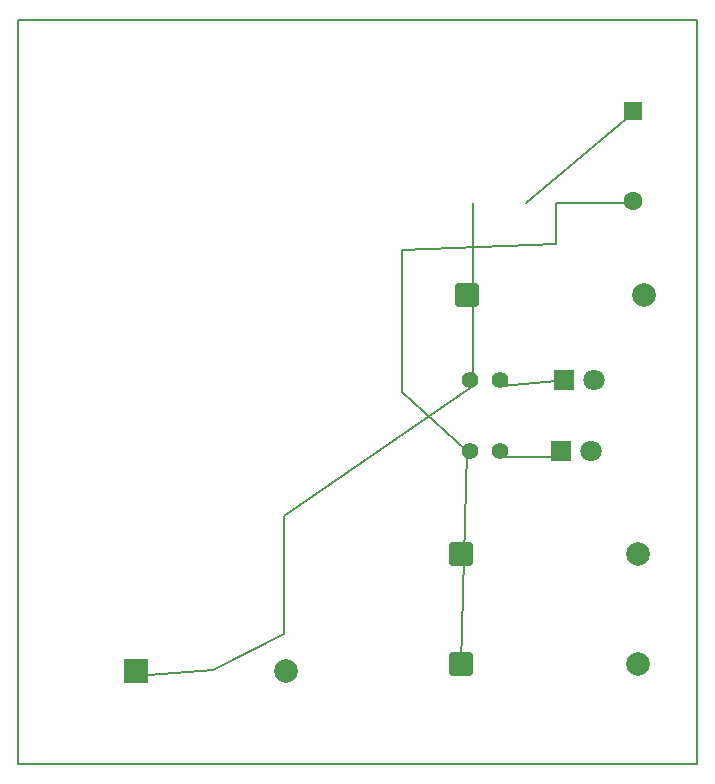
<source format=gbr>
%TF.GenerationSoftware,KiCad,Pcbnew,9.0.7*%
%TF.CreationDate,2026-01-04T10:47:51+09:00*%
%TF.ProjectId,PCB,5043422e-6b69-4636-9164-5f7063625858,rev?*%
%TF.SameCoordinates,Original*%
%TF.FileFunction,Copper,L2,Bot*%
%TF.FilePolarity,Positive*%
%FSLAX46Y46*%
G04 Gerber Fmt 4.6, Leading zero omitted, Abs format (unit mm)*
G04 Created by KiCad (PCBNEW 9.0.7) date 2026-01-04 10:47:51*
%MOMM*%
%LPD*%
G01*
G04 APERTURE LIST*
G04 Aperture macros list*
%AMRoundRect*
0 Rectangle with rounded corners*
0 $1 Rounding radius*
0 $2 $3 $4 $5 $6 $7 $8 $9 X,Y pos of 4 corners*
0 Add a 4 corners polygon primitive as box body*
4,1,4,$2,$3,$4,$5,$6,$7,$8,$9,$2,$3,0*
0 Add four circle primitives for the rounded corners*
1,1,$1+$1,$2,$3*
1,1,$1+$1,$4,$5*
1,1,$1+$1,$6,$7*
1,1,$1+$1,$8,$9*
0 Add four rect primitives between the rounded corners*
20,1,$1+$1,$2,$3,$4,$5,0*
20,1,$1+$1,$4,$5,$6,$7,0*
20,1,$1+$1,$6,$7,$8,$9,0*
20,1,$1+$1,$8,$9,$2,$3,0*%
G04 Aperture macros list end*
%TA.AperFunction,NonConductor*%
%ADD10C,0.200000*%
%TD*%
%TA.AperFunction,Conductor*%
%ADD11C,0.200000*%
%TD*%
%TA.AperFunction,ComponentPad*%
%ADD12RoundRect,0.250000X-0.550000X0.550000X-0.550000X-0.550000X0.550000X-0.550000X0.550000X0.550000X0*%
%TD*%
%TA.AperFunction,ComponentPad*%
%ADD13C,1.600000*%
%TD*%
%TA.AperFunction,ComponentPad*%
%ADD14C,1.400000*%
%TD*%
%TA.AperFunction,ComponentPad*%
%ADD15R,1.800000X1.800000*%
%TD*%
%TA.AperFunction,ComponentPad*%
%ADD16C,1.800000*%
%TD*%
%TA.AperFunction,ComponentPad*%
%ADD17RoundRect,0.250000X-0.750000X-0.750000X0.750000X-0.750000X0.750000X0.750000X-0.750000X0.750000X0*%
%TD*%
%TA.AperFunction,ComponentPad*%
%ADD18C,2.000000*%
%TD*%
%TA.AperFunction,ComponentPad*%
%ADD19R,2.000000X2.000000*%
%TD*%
G04 APERTURE END LIST*
D10*
X77500000Y-97500000D02*
X83000000Y-97000000D01*
X77500000Y-103500000D02*
X82500000Y-103500000D01*
D11*
%TO.N,Net-(U1-VO)*%
X89000000Y-74000000D02*
X79500000Y-82000000D01*
D10*
X82000000Y-82000000D02*
X88500000Y-82000000D01*
X82000000Y-85500000D02*
X82000000Y-82000000D01*
X69000000Y-86000000D02*
X82000000Y-85500000D01*
X69000000Y-88000000D02*
X69000000Y-86000000D01*
X69000000Y-98000000D02*
X69000000Y-88000000D01*
X74500000Y-103000000D02*
X69000000Y-98000000D01*
X74000000Y-121000000D02*
X74500000Y-103000000D01*
X75000000Y-97500000D02*
X75000000Y-82000000D01*
D11*
%TO.N,Net-(BT1-+)*%
X59000000Y-108500000D02*
X75000000Y-97500000D01*
X59000000Y-118500000D02*
X59000000Y-108500000D01*
X53000000Y-121500000D02*
X59000000Y-118500000D01*
X46500000Y-122000000D02*
X53000000Y-121500000D01*
D10*
X36500000Y-66500000D02*
X94000000Y-66500000D01*
X94000000Y-129500000D01*
X36500000Y-129500000D01*
X36500000Y-66500000D01*
%TD*%
D12*
%TO.P,SW1,1*%
%TO.N,Net-(U1-VO)*%
X88512500Y-74232500D03*
D13*
%TO.P,SW1,2*%
%TO.N,VCC*%
X88512500Y-81852500D03*
%TD*%
D14*
%TO.P,R2,1*%
%TO.N,VCC*%
X74780000Y-103000000D03*
%TO.P,R2,2*%
%TO.N,Net-(D2-A)*%
X77320000Y-103000000D03*
%TD*%
%TO.P,R1,1*%
%TO.N,Net-(BT1-+)*%
X74780000Y-97000000D03*
%TO.P,R1,2*%
%TO.N,Net-(D1-A)*%
X77320000Y-97000000D03*
%TD*%
D15*
%TO.P,D2,1,K*%
%TO.N,GND*%
X82460000Y-103000000D03*
D16*
%TO.P,D2,2,A*%
%TO.N,Net-(D2-A)*%
X85000000Y-103000000D03*
%TD*%
D15*
%TO.P,D1,1,K*%
%TO.N,GND*%
X82730000Y-97000000D03*
D16*
%TO.P,D1,2,A*%
%TO.N,Net-(D1-A)*%
X85270000Y-97000000D03*
%TD*%
D17*
%TO.P,C3,1*%
%TO.N,VCC*%
X74000000Y-121000000D03*
D18*
%TO.P,C3,2*%
%TO.N,GND*%
X89000000Y-121000000D03*
%TD*%
D17*
%TO.P,C2,1*%
%TO.N,Net-(BT1-+)*%
X74000000Y-111742500D03*
D18*
%TO.P,C2,2*%
%TO.N,GND*%
X89000000Y-111742500D03*
%TD*%
D17*
%TO.P,C1,1*%
%TO.N,VCC*%
X74500000Y-89742500D03*
D18*
%TO.P,C1,2*%
%TO.N,GND*%
X89500000Y-89742500D03*
%TD*%
D19*
%TO.P,BT1,1,+*%
%TO.N,Net-(BT1-+)*%
X46500000Y-121640000D03*
D18*
%TO.P,BT1,2,-*%
%TO.N,GND*%
X59200000Y-121640000D03*
%TD*%
M02*

</source>
